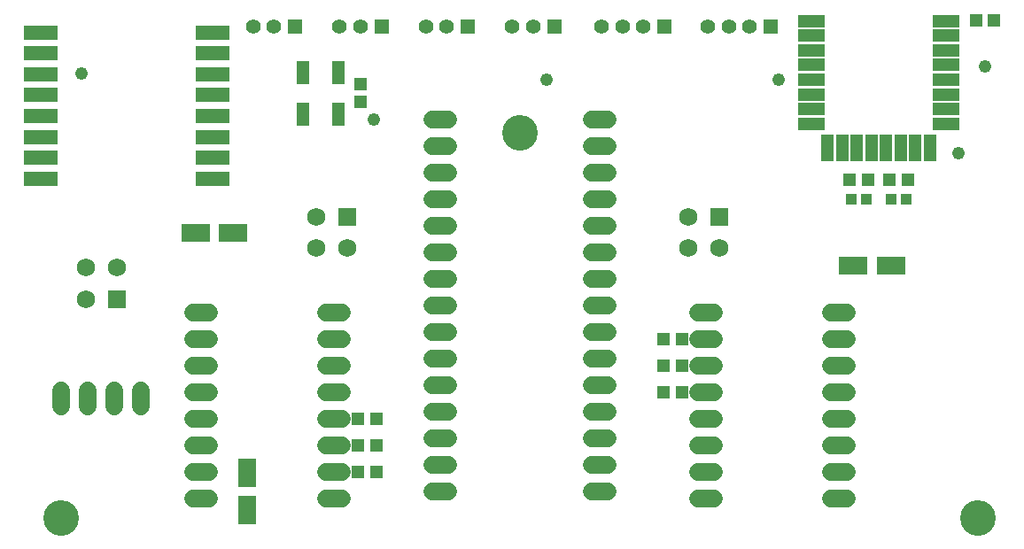
<source format=gts>
G75*
%MOIN*%
%OFA0B0*%
%FSLAX25Y25*%
%IPPOS*%
%LPD*%
%AMOC8*
5,1,8,0,0,1.08239X$1,22.5*
%
%ADD10C,0.13398*%
%ADD11R,0.05131X0.08674*%
%ADD12R,0.10446X0.04737*%
%ADD13R,0.04737X0.10446*%
%ADD14R,0.12611X0.05524*%
%ADD15R,0.11036X0.07099*%
%ADD16R,0.05052X0.04934*%
%ADD17R,0.07099X0.11036*%
%ADD18C,0.06800*%
%ADD19R,0.06824X0.06824*%
%ADD20C,0.06824*%
%ADD21R,0.05600X0.05600*%
%ADD22C,0.05600*%
%ADD23R,0.04737X0.05131*%
%ADD24R,0.03950X0.03950*%
%ADD25C,0.04762*%
D10*
X0016800Y0014300D03*
X0189300Y0159300D03*
X0361800Y0014300D03*
D11*
X0120993Y0166426D03*
X0107607Y0166426D03*
X0107607Y0182174D03*
X0120993Y0182174D03*
D12*
X0299103Y0184851D03*
X0299103Y0190363D03*
X0299103Y0195875D03*
X0299103Y0201387D03*
X0299103Y0179339D03*
X0299103Y0173828D03*
X0299103Y0168316D03*
X0299103Y0162804D03*
X0349497Y0162804D03*
X0349497Y0168316D03*
X0349497Y0173828D03*
X0349497Y0179339D03*
X0349497Y0184851D03*
X0349497Y0190363D03*
X0349497Y0195875D03*
X0349497Y0201387D03*
D13*
X0343591Y0153769D03*
X0338080Y0153769D03*
X0332568Y0153769D03*
X0327056Y0153769D03*
X0321544Y0153769D03*
X0316032Y0153769D03*
X0310520Y0153769D03*
X0305009Y0153769D03*
D14*
X0073690Y0149891D03*
X0073690Y0142017D03*
X0073690Y0157765D03*
X0073690Y0165639D03*
X0073690Y0173513D03*
X0073690Y0181387D03*
X0073690Y0189261D03*
X0073690Y0197135D03*
X0009123Y0197135D03*
X0009123Y0189261D03*
X0009123Y0181387D03*
X0009123Y0173513D03*
X0009123Y0165639D03*
X0009123Y0157765D03*
X0009123Y0149891D03*
X0009123Y0142017D03*
D15*
X0067213Y0121800D03*
X0081387Y0121800D03*
X0314713Y0109300D03*
X0328887Y0109300D03*
D16*
X0129300Y0170855D03*
X0129300Y0177745D03*
D17*
X0086800Y0031387D03*
X0086800Y0017213D03*
D18*
X0072300Y0021800D02*
X0066300Y0021800D01*
X0066300Y0031800D02*
X0072300Y0031800D01*
X0072300Y0041800D02*
X0066300Y0041800D01*
X0066300Y0051800D02*
X0072300Y0051800D01*
X0072300Y0061800D02*
X0066300Y0061800D01*
X0066300Y0071800D02*
X0072300Y0071800D01*
X0072300Y0081800D02*
X0066300Y0081800D01*
X0066300Y0091800D02*
X0072300Y0091800D01*
X0116300Y0091800D02*
X0122300Y0091800D01*
X0122300Y0081800D02*
X0116300Y0081800D01*
X0116300Y0071800D02*
X0122300Y0071800D01*
X0122300Y0061800D02*
X0116300Y0061800D01*
X0116300Y0051800D02*
X0122300Y0051800D01*
X0122300Y0041800D02*
X0116300Y0041800D01*
X0116300Y0031800D02*
X0122300Y0031800D01*
X0122300Y0021800D02*
X0116300Y0021800D01*
X0156300Y0024300D02*
X0162300Y0024300D01*
X0162300Y0034300D02*
X0156300Y0034300D01*
X0156300Y0044300D02*
X0162300Y0044300D01*
X0162300Y0054300D02*
X0156300Y0054300D01*
X0156300Y0064300D02*
X0162300Y0064300D01*
X0162300Y0074300D02*
X0156300Y0074300D01*
X0156300Y0084300D02*
X0162300Y0084300D01*
X0162300Y0094300D02*
X0156300Y0094300D01*
X0156300Y0104300D02*
X0162300Y0104300D01*
X0162300Y0114300D02*
X0156300Y0114300D01*
X0156300Y0124300D02*
X0162300Y0124300D01*
X0162300Y0134300D02*
X0156300Y0134300D01*
X0156300Y0144300D02*
X0162300Y0144300D01*
X0162300Y0154300D02*
X0156300Y0154300D01*
X0156300Y0164300D02*
X0162300Y0164300D01*
X0216300Y0164300D02*
X0222300Y0164300D01*
X0222300Y0154300D02*
X0216300Y0154300D01*
X0216300Y0144300D02*
X0222300Y0144300D01*
X0222300Y0134300D02*
X0216300Y0134300D01*
X0216300Y0124300D02*
X0222300Y0124300D01*
X0222300Y0114300D02*
X0216300Y0114300D01*
X0216300Y0104300D02*
X0222300Y0104300D01*
X0222300Y0094300D02*
X0216300Y0094300D01*
X0216300Y0084300D02*
X0222300Y0084300D01*
X0222300Y0074300D02*
X0216300Y0074300D01*
X0216300Y0064300D02*
X0222300Y0064300D01*
X0222300Y0054300D02*
X0216300Y0054300D01*
X0216300Y0044300D02*
X0222300Y0044300D01*
X0222300Y0034300D02*
X0216300Y0034300D01*
X0216300Y0024300D02*
X0222300Y0024300D01*
X0256300Y0021800D02*
X0262300Y0021800D01*
X0262300Y0031800D02*
X0256300Y0031800D01*
X0256300Y0041800D02*
X0262300Y0041800D01*
X0262300Y0051800D02*
X0256300Y0051800D01*
X0256300Y0061800D02*
X0262300Y0061800D01*
X0262300Y0071800D02*
X0256300Y0071800D01*
X0256300Y0081800D02*
X0262300Y0081800D01*
X0262300Y0091800D02*
X0256300Y0091800D01*
X0306300Y0091800D02*
X0312300Y0091800D01*
X0312300Y0081800D02*
X0306300Y0081800D01*
X0306300Y0071800D02*
X0312300Y0071800D01*
X0312300Y0061800D02*
X0306300Y0061800D01*
X0306300Y0051800D02*
X0312300Y0051800D01*
X0312300Y0041800D02*
X0306300Y0041800D01*
X0306300Y0031800D02*
X0312300Y0031800D01*
X0312300Y0021800D02*
X0306300Y0021800D01*
X0046800Y0056300D02*
X0046800Y0062300D01*
X0036800Y0062300D02*
X0036800Y0056300D01*
X0026800Y0056300D02*
X0026800Y0062300D01*
X0016800Y0062300D02*
X0016800Y0056300D01*
D19*
X0037706Y0096800D03*
X0124300Y0127706D03*
X0264300Y0127706D03*
D20*
X0252489Y0127706D03*
X0252489Y0115894D03*
X0264300Y0115894D03*
X0124300Y0115894D03*
X0112489Y0115894D03*
X0112489Y0127706D03*
X0037706Y0108611D03*
X0025894Y0108611D03*
X0025894Y0096800D03*
D21*
X0104674Y0199300D03*
X0137174Y0199300D03*
X0169674Y0199300D03*
X0202174Y0199300D03*
X0243611Y0199300D03*
X0283611Y0199300D03*
D22*
X0275737Y0199300D03*
X0267863Y0199300D03*
X0259989Y0199300D03*
X0235737Y0199300D03*
X0227863Y0199300D03*
X0219989Y0199300D03*
X0194300Y0199300D03*
X0186426Y0199300D03*
X0161800Y0199300D03*
X0153926Y0199300D03*
X0129300Y0199300D03*
X0121426Y0199300D03*
X0096800Y0199300D03*
X0088926Y0199300D03*
D23*
X0243454Y0081800D03*
X0250146Y0081800D03*
X0250146Y0071800D03*
X0243454Y0071800D03*
X0243454Y0061800D03*
X0250146Y0061800D03*
X0135146Y0051800D03*
X0128454Y0051800D03*
X0128454Y0041800D03*
X0135146Y0041800D03*
X0135146Y0031800D03*
X0128454Y0031800D03*
X0313454Y0141800D03*
X0320146Y0141800D03*
X0328454Y0141800D03*
X0335146Y0141800D03*
X0360954Y0201800D03*
X0367646Y0201800D03*
D24*
X0334753Y0134300D03*
X0328847Y0134300D03*
X0319753Y0134300D03*
X0313847Y0134300D03*
D25*
X0354300Y0151800D03*
X0364300Y0184300D03*
X0286800Y0179300D03*
X0199300Y0179300D03*
X0134300Y0164300D03*
X0024300Y0181800D03*
M02*

</source>
